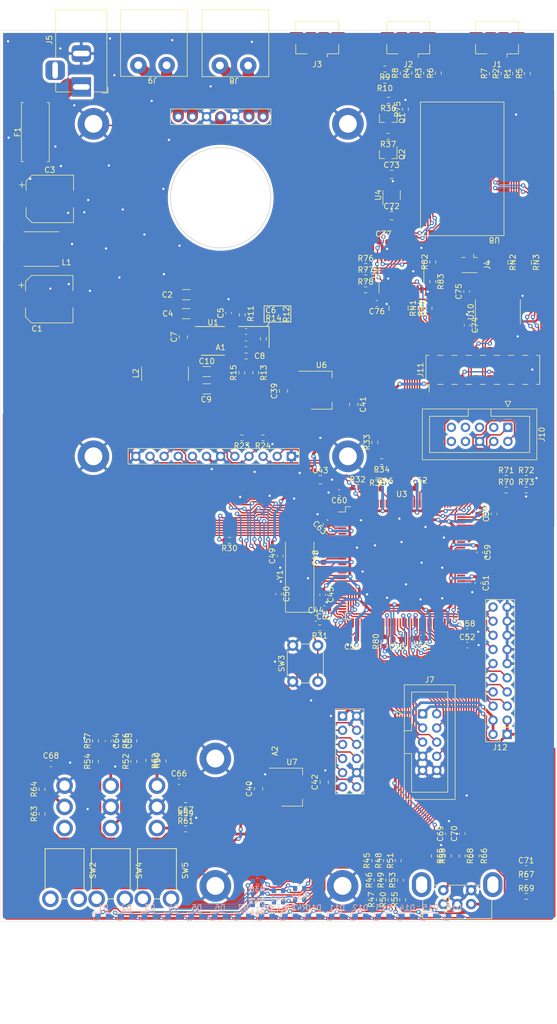
<source format=kicad_pcb>
(kicad_pcb (version 20210824) (generator pcbnew)

  (general
    (thickness 1.6)
  )

  (paper "A4")
  (layers
    (0 "F.Cu" signal)
    (31 "B.Cu" signal)
    (32 "B.Adhes" user "B.Adhesive")
    (33 "F.Adhes" user "F.Adhesive")
    (34 "B.Paste" user)
    (35 "F.Paste" user)
    (36 "B.SilkS" user "B.Silkscreen")
    (37 "F.SilkS" user "F.Silkscreen")
    (38 "B.Mask" user)
    (39 "F.Mask" user)
    (40 "Dwgs.User" user "User.Drawings")
    (41 "Cmts.User" user "User.Comments")
    (42 "Eco1.User" user "User.Eco1")
    (43 "Eco2.User" user "User.Eco2")
    (44 "Edge.Cuts" user)
    (45 "Margin" user)
    (46 "B.CrtYd" user "B.Courtyard")
    (47 "F.CrtYd" user "F.Courtyard")
    (48 "B.Fab" user)
    (49 "F.Fab" user)
  )

  (setup
    (stackup
      (layer "F.SilkS" (type "Top Silk Screen"))
      (layer "F.Paste" (type "Top Solder Paste"))
      (layer "F.Mask" (type "Top Solder Mask") (color "Green") (thickness 0.01))
      (layer "F.Cu" (type "copper") (thickness 0.035))
      (layer "dielectric 1" (type "core") (thickness 1.51) (material "FR4") (epsilon_r 4.5) (loss_tangent 0.02))
      (layer "B.Cu" (type "copper") (thickness 0.035))
      (layer "B.Mask" (type "Bottom Solder Mask") (color "Green") (thickness 0.01))
      (layer "B.Paste" (type "Bottom Solder Paste"))
      (layer "B.SilkS" (type "Bottom Silk Screen"))
      (copper_finish "None")
      (dielectric_constraints no)
    )
    (pad_to_mask_clearance 0)
    (pcbplotparams
      (layerselection 0x00010fc_ffffffff)
      (disableapertmacros false)
      (usegerberextensions false)
      (usegerberattributes true)
      (usegerberadvancedattributes true)
      (creategerberjobfile true)
      (svguseinch false)
      (svgprecision 6)
      (excludeedgelayer true)
      (plotframeref false)
      (viasonmask false)
      (mode 1)
      (useauxorigin false)
      (hpglpennumber 1)
      (hpglpenspeed 20)
      (hpglpendiameter 15.000000)
      (dxfpolygonmode true)
      (dxfimperialunits true)
      (dxfusepcbnewfont true)
      (psnegative false)
      (psa4output false)
      (plotreference true)
      (plotvalue true)
      (plotinvisibletext false)
      (sketchpadsonfab false)
      (subtractmaskfromsilk false)
      (outputformat 1)
      (mirror false)
      (drillshape 1)
      (scaleselection 1)
      (outputdirectory "")
    )
  )

  (net 0 "")
  (net 1 "/Power Supply/19V_ANALOG")
  (net 2 "/Processor/~{RST}")
  (net 3 "/Processor/GPIO_I2S_WS")
  (net 4 "/Processor/SWCLK")
  (net 5 "/Front/MIC2")
  (net 6 "/Front/MIC1")
  (net 7 "+5V")
  (net 8 "/Processor/GPIO_I2S_SDO")
  (net 9 "/Processor/SWDIO")
  (net 10 "/Front/BT2")
  (net 11 "/Front/BT1")
  (net 12 "GND")
  (net 13 "Net-(R58-Pad2)")
  (net 14 "Net-(R59-Pad2)")
  (net 15 "/Front/PWR")
  (net 16 "Net-(D1-Pad1)")
  (net 17 "Net-(C1-Pad1)")
  (net 18 "/Front/ENC_SW")
  (net 19 "Net-(C5-Pad1)")
  (net 20 "Net-(C6-Pad1)")
  (net 21 "Net-(C7-Pad1)")
  (net 22 "Net-(C7-Pad2)")
  (net 23 "Net-(C8-Pad1)")
  (net 24 "+3.3VA")
  (net 25 "Net-(F1-Pad2)")
  (net 26 "Net-(J1-Pad1)")
  (net 27 "Net-(J1-Pad2)")
  (net 28 "Net-(J1-Pad3)")
  (net 29 "/Processor/GPIO_I2S_SDI")
  (net 30 "Net-(J2-Pad1)")
  (net 31 "Net-(J2-Pad2)")
  (net 32 "Net-(J2-Pad3)")
  (net 33 "/Processor/GPIO_I2S_CK")
  (net 34 "/Front/ENC_A")
  (net 35 "Net-(J3-Pad2)")
  (net 36 "Net-(J3-Pad3)")
  (net 37 "/Front/ENC_B")
  (net 38 "unconnected-(J1-Pad4)")
  (net 39 "/Processor/USB1_DETECT")
  (net 40 "/Processor/USB1_DM")
  (net 41 "/Processor/USB2_DETECT")
  (net 42 "/Processor/USB2_DM")
  (net 43 "/Processor/USB1_DP")
  (net 44 "/Processor/USB2_DP")
  (net 45 "/Bluetooth/USB3_DM")
  (net 46 "/Bluetooth/USB3_DP")
  (net 47 "Net-(R11-Pad1)")
  (net 48 "Net-(R13-Pad1)")
  (net 49 "unconnected-(J2-Pad4)")
  (net 50 "Net-(D2-Pad1)")
  (net 51 "unconnected-(J3-Pad1)")
  (net 52 "/Processor/GPIO_I2S_MCK")
  (net 53 "Net-(J4-Pad1)")
  (net 54 "Net-(R79-Pad1)")
  (net 55 "unconnected-(J3-Pad4)")
  (net 56 "/Processor/GPIO_SPI_MISO")
  (net 57 "/Processor/EXT_READY")
  (net 58 "/Processor/GPIO_SPI_SCK")
  (net 59 "/Processor/GPIO_SPI_~{SS}")
  (net 60 "unconnected-(J5-Pad3)")
  (net 61 "Net-(D3-Pad1)")
  (net 62 "/Processor/AMP_READY")
  (net 63 "+3V3")
  (net 64 "/Front/FRONT_MOSI")
  (net 65 "/Front/FRONT_RCLK")
  (net 66 "Net-(C49-Pad2)")
  (net 67 "Net-(C50-Pad2)")
  (net 68 "/Bluetooth/SCL_1V8")
  (net 69 "/Front/FRONT_~{RST}")
  (net 70 "/Front/FRONT_SCLK")
  (net 71 "/Headphone Amplifier/CK")
  (net 72 "/Front/IR")
  (net 73 "unconnected-(J10-Pad3)")
  (net 74 "unconnected-(J10-Pad5)")
  (net 75 "unconnected-(J10-Pad7)")
  (net 76 "unconnected-(J10-Pad8)")
  (net 77 "unconnected-(J10-Pad9)")
  (net 78 "unconnected-(J10-Pad10)")
  (net 79 "/Bluetooth/SDO")
  (net 80 "/Bluetooth/SDI")
  (net 81 "/Bluetooth/CK")
  (net 82 "/Bluetooth/WS")
  (net 83 "/Bluetooth/SPI{slash}~{PCM}")
  (net 84 "/Bluetooth/MFB")
  (net 85 "/Bluetooth/SCL")
  (net 86 "/Bluetooth/SDA")
  (net 87 "/Processor/~{SPK_FAULT}")
  (net 88 "Net-(C52-Pad1)")
  (net 89 "/Front/VOL0")
  (net 90 "/Front/VOL1")
  (net 91 "/Front/VOL2")
  (net 92 "/Front/VOL3")
  (net 93 "/Front/VOL4")
  (net 94 "/Front/VOL5")
  (net 95 "/Front/VOL6")
  (net 96 "/Front/VOL7")
  (net 97 "/Bluetooth/SDA_1V8")
  (net 98 "Net-(C54-Pad1)")
  (net 99 "/Front/VOL8")
  (net 100 "/Front/VOL9")
  (net 101 "/Front/VOL10")
  (net 102 "/Front/VOL11")
  (net 103 "/Front/VOL12")
  (net 104 "/Front/VOL13")
  (net 105 "/Front/VOL14")
  (net 106 "/Front/VOL15")
  (net 107 "/Bluetooth/P18")
  (net 108 "/Bluetooth/P21")
  (net 109 "/Bluetooth/P31")
  (net 110 "/Bluetooth/P8")
  (net 111 "/Bluetooth/P9")
  (net 112 "/Bluetooth/P29")
  (net 113 "/Bluetooth/P30")
  (net 114 "Net-(J11-Pad8)")
  (net 115 "Net-(J11-Pad10)")
  (net 116 "/Bluetooth/MFB_")
  (net 117 "Net-(J11-Pad6)")
  (net 118 "Net-(R52-Pad2)")
  (net 119 "Net-(D4-Pad1)")
  (net 120 "Net-(R54-Pad2)")
  (net 121 "Net-(J11-Pad12)")
  (net 122 "Net-(J11-Pad14)")
  (net 123 "unconnected-(SW2-Pad1)")
  (net 124 "/Processor/GPIO_SPI_MOSI")
  (net 125 "unconnected-(U3-Pad8)")
  (net 126 "unconnected-(U3-Pad9)")
  (net 127 "unconnected-(U3-Pad19)")
  (net 128 "/Bluetooth/3V3_BT")
  (net 129 "unconnected-(U3-Pad20)")
  (net 130 "unconnected-(U3-Pad21)")
  (net 131 "unconnected-(U3-Pad22)")
  (net 132 "unconnected-(U3-Pad70)")
  (net 133 "/Bluetooth/1V8_BT")
  (net 134 "/Bluetooth/SDO_3V3")
  (net 135 "unconnected-(U3-Pad77)")
  (net 136 "/Bluetooth/P29_1V8")
  (net 137 "/Bluetooth/P30_1V8")
  (net 138 "/Bluetooth/P18_1V8")
  (net 139 "/Bluetooth/P31_1V8")
  (net 140 "/Bluetooth/P8_1V8")
  (net 141 "/Bluetooth/P9_1V8")
  (net 142 "/Bluetooth/P21_1V8")
  (net 143 "/Bluetooth/SPI{slash}~{PCM_1V8}")
  (net 144 "/Bluetooth/SDO_1V8")
  (net 145 "unconnected-(U3-Pad78)")
  (net 146 "/Bluetooth/SDI_1V8")
  (net 147 "unconnected-(U3-Pad79)")
  (net 148 "Net-(RN1-Pad1)")
  (net 149 "Net-(RN1-Pad2)")
  (net 150 "Net-(RN1-Pad3)")
  (net 151 "Net-(RN1-Pad4)")
  (net 152 "Net-(RN2-Pad5)")
  (net 153 "Net-(R32-Pad2)")
  (net 154 "Net-(RN2-Pad6)")
  (net 155 "unconnected-(U3-Pad80)")
  (net 156 "unconnected-(U3-Pad81)")
  (net 157 "unconnected-(U3-Pad82)")
  (net 158 "unconnected-(U3-Pad85)")
  (net 159 "/Bluetooth/CK_1V8")
  (net 160 "/Bluetooth/WS_1V8")
  (net 161 "Net-(R60-Pad2)")
  (net 162 "Net-(D5-Pad1)")
  (net 163 "Net-(R63-Pad2)")
  (net 164 "Net-(D6-Pad1)")
  (net 165 "Net-(D7-Pad1)")
  (net 166 "Net-(D8-Pad1)")
  (net 167 "Net-(D9-Pad1)")
  (net 168 "Net-(D10-Pad1)")
  (net 169 "Net-(D11-Pad1)")
  (net 170 "Net-(D12-Pad1)")
  (net 171 "Net-(D13-Pad1)")
  (net 172 "Net-(D14-Pad1)")
  (net 173 "Net-(D15-Pad1)")
  (net 174 "Net-(D16-Pad1)")
  (net 175 "Net-(RN2-Pad7)")
  (net 176 "unconnected-(U3-Pad86)")
  (net 177 "unconnected-(U3-Pad87)")
  (net 178 "unconnected-(U3-Pad88)")
  (net 179 "unconnected-(U3-Pad89)")
  (net 180 "unconnected-(U3-Pad90)")
  (net 181 "unconnected-(U3-Pad91)")
  (net 182 "unconnected-(U3-Pad92)")
  (net 183 "unconnected-(U3-Pad93)")
  (net 184 "unconnected-(U3-Pad97)")
  (net 185 "unconnected-(U3-Pad98)")
  (net 186 "unconnected-(U3-Pad99)")
  (net 187 "unconnected-(U3-Pad100)")
  (net 188 "/Bluetooth/P17")
  (net 189 "/Bluetooth/P16")
  (net 190 "unconnected-(U3-Pad101)")
  (net 191 "/Bluetooth/P6")
  (net 192 "/Bluetooth/P7")
  (net 193 "unconnected-(U3-Pad124)")
  (net 194 "Net-(R66-Pad2)")
  (net 195 "unconnected-(U3-Pad132)")
  (net 196 "Net-(R67-Pad2)")
  (net 197 "unconnected-(U3-Pad133)")
  (net 198 "unconnected-(U3-Pad134)")
  (net 199 "Net-(R30-Pad2)")
  (net 200 "Net-(R80-Pad2)")
  (net 201 "Net-(R82-Pad1)")
  (net 202 "Net-(R83-Pad1)")
  (net 203 "unconnected-(U3-Pad135)")
  (net 204 "unconnected-(U3-Pad139)")
  (net 205 "/Processor/~{SPK_SD}")
  (net 206 "unconnected-(U3-Pad140)")
  (net 207 "unconnected-(U4-Pad4)")
  (net 208 "unconnected-(U8-Pad12)")
  (net 209 "unconnected-(U8-Pad16)")
  (net 210 "unconnected-(U8-Pad17)")
  (net 211 "unconnected-(U8-Pad20)")
  (net 212 "Net-(RN2-Pad8)")
  (net 213 "Net-(RN3-Pad5)")
  (net 214 "unconnected-(U8-Pad24)")
  (net 215 "unconnected-(U8-Pad28)")
  (net 216 "Net-(RN3-Pad6)")
  (net 217 "Net-(RN3-Pad7)")
  (net 218 "Net-(RN3-Pad8)")
  (net 219 "unconnected-(U8-Pad29)")
  (net 220 "unconnected-(U8-Pad30)")
  (net 221 "unconnected-(U8-Pad31)")
  (net 222 "unconnected-(U8-Pad32)")
  (net 223 "unconnected-(U8-Pad33)")
  (net 224 "/Bluetooth/P17_1V8")
  (net 225 "/Bluetooth/P16_1V8")
  (net 226 "/Bluetooth/P7_1V8")
  (net 227 "/Bluetooth/P6_1V8")
  (net 228 "unconnected-(U8-Pad34)")
  (net 229 "unconnected-(U8-Pad35)")
  (net 230 "unconnected-(U8-Pad36)")
  (net 231 "unconnected-(U8-Pad39)")
  (net 232 "unconnected-(U9-Pad9)")
  (net 233 "unconnected-(U9-Pad10)")
  (net 234 "Net-(A1-Pad13)")
  (net 235 "Net-(A1-Pad14)")
  (net 236 "Net-(A1-Pad18)")
  (net 237 "Net-(A1-Pad19)")
  (net 238 "/Headphone Amplifier/SDA")
  (net 239 "/Headphone Amplifier/SCL")
  (net 240 "/Headphone Amplifier/MCLK")
  (net 241 "/Headphone Amplifier/SDI")
  (net 242 "/Headphone Amplifier/WS")
  (net 243 "/Headphone Amplifier/SDO")
  (net 244 "/Headphone Amplifier/HP_DETECT")

  (footprint "Resistor_SMD:R_0603_1608Metric" (layer "F.Cu") (at 137.4 32.725 90))

  (footprint "Resistor_SMD:R_0603_1608Metric" (layer "F.Cu") (at 139.45 32.725 90))

  (footprint "Resistor_SMD:R_0603_1608Metric" (layer "F.Cu") (at 143.7 32.725 90))

  (footprint "Resistor_SMD:R_0603_1608Metric" (layer "F.Cu") (at 157.6 32.8 90))

  (footprint "Connector_USB:USB_Micro-B_Amphenol_10104110_Horizontal" (layer "F.Cu") (at 138.3 27.6 180))

  (footprint "Package_QFP:LQFP-144_20x20mm_P0.5mm" (layer "F.Cu") (at 137.13 120.66))

  (footprint "Connector_USB:USB_Micro-B_Amphenol_10104110_Horizontal" (layer "F.Cu") (at 121.95 27.6 180))

  (footprint "Resistor_SMD:R_0603_1608Metric" (layer "F.Cu") (at 159.7 32.8 90))

  (footprint "Resistor_SMD:R_0603_1608Metric" (layer "F.Cu") (at 153.4 32.8 90))

  (footprint "Resistor_SMD:R_0603_1608Metric" (layer "F.Cu") (at 134.1 31.98 180))

  (footprint "Resistor_SMD:R_0603_1608Metric" (layer "F.Cu") (at 155.5 32.8 90))

  (footprint "Resistor_SMD:R_0603_1608Metric" (layer "F.Cu") (at 141.6 32.725 90))

  (footprint "Package_SO:Diodes_SO-8EP" (layer "F.Cu") (at 103.23 80.79))

  (footprint "Connector_USB:USB_Micro-B_Amphenol_10104110_Horizontal" (layer "F.Cu") (at 154.25 27.6 180))

  (footprint "Resistor_SMD:R_0603_1608Metric" (layer "F.Cu") (at 134.1 34 180))

  (footprint "Connector_BarrelJack:BarrelJack_Horizontal" (layer "F.Cu") (at 79.5575 35.2 -90))

  (footprint "Capacitor_SMD:C_0603_1608Metric" (layer "F.Cu") (at 106.03 75.79 90))

  (footprint "Capacitor_SMD:C_0805_2012Metric" (layer "F.Cu") (at 97.9 80.1 90))

  (footprint "Resistor_SMD:R_0603_1608Metric" (layer "F.Cu") (at 108.47 76.11 90))

  (footprint "Resistor_SMD:R_0603_1608Metric" (layer "F.Cu") (at 112.27 80.41 90))

  (footprint "Resistor_SMD:R_0603_1608Metric" (layer "F.Cu") (at 110.9 86.5 -90))

  (footprint "Resistor_SMD:R_0603_1608Metric" (layer "F.Cu") (at 109.17 83.51))

  (footprint "Resistor_SMD:R_0603_1608Metric" (layer "F.Cu") (at 108.4 86.5 -90))

  (footprint "Capacitor_SMD:CP_Elec_8x10" (layer "F.Cu") (at 73.8 73.3))

  (footprint "Capacitor_SMD:C_1206_3216Metric" (layer "F.Cu") (at 98.4 72.49))

  (footprint "Capacitor_SMD:CP_Elec_8x10" (layer "F.Cu") (at 73.9 55.3))

  (footprint "Capacitor_SMD:C_1206_3216Metric" (layer "F.Cu") (at 98.4 75.9))

  (footprint "Inductor_SMD:L_Bourns-SRN8040_8x8.15mm" (layer "F.Cu") (at 94.6 86.7 90))

  (footprint "Inductor_SMD:L_Taiyo-Yuden_NR-60xx" (layer "F.Cu") (at 72.4 64.3 180))

  (footprint "Package_TO_SOT_SMD:SOT-223-3_TabPin2" (layer "F.Cu") (at 122.71 89.64))

  (footprint "HackAmp-Footprints:CSRA64215" (layer "F.Cu") (at 148 49.9 180))

  (footprint "Resistor_SMD:R_0603_1608Metric" (layer "F.Cu") (at 159.5 178))

  (footprint "Resistor_SMD:R_0603_1608Metric" (layer "F.Cu") (at 133.53 102.46 180))

  (footprint "HackAmp-Footprints:TE_796638-2_1x02_P5.08mm_Horizontal" (layer "F.Cu") (at 109.54 31.35 180))

  (footprint "Capacitor_SMD:C_0603_1608Metric" (layer "F.Cu") (at 132.657 74.066544 180))

  (footprint "Capacitor_SMD:C_0805_2012Metric" (layer "F.Cu") (at 122.5 105.7))

  (footprint "Capacitor_SMD:C_0805_2012Metric" (layer "F.Cu") (at 115.9 89.79 90))

  (footprint "Capacitor_SMD:C_0603_1608Metric" (layer "F.Cu") (at 148.9 135.4))

  (footprint "Connector_PinHeader_2.54mm:PinHeader_2x10_P2.54mm_Vertical" (layer "F.Cu")
    (tedit 59FED5CC) (tstamp 1d4b1970-7e62-45b6-b36d-fee5c8beb920)
    (at 156.075 151.425 180)
    (descr "Through hole straight pin header, 2x10, 2.54mm pitch, double rows")
    (tags "Through hole pin header THT 2x10 2.54mm double row")
    (property "Sheetfile" "processor.kicad_sch")
    (property "Sheetname" "Processor")
    (path "/00000000-0000-0000-0000-00005fa5bd7a/9538ca32-2a66-4b9b-83bc-07e377df3f12")
    (attr through_hole)
    (fp_text reference "J12" (at 1.27 -2.33) (layer "F.SilkS")
      (effects (font (size 1 1) (thickness 0.15)))
      (tstamp 1c6e25fe-7024-4504-b04a-101625a24c61)
    )
    (fp_text value "GPIO" (at -3.86 36.43) (layer "F.Fab")
      (effects (font (size 1 1) (thickness 0.15)))
      (tstamp a7d504c1-3a2f-4d8a-8b3c-57873151c898)
    )
    (fp_text user "${REFERENCE}" (at 1.27 11.43 90) (layer "F.Fab")
      (effects (font (size 1 1) (thickness 0.15)))
      (tstamp 2d7adba2-6b13-45bb-b9be-b7826f24d0b0)
    )
    (fp_line (start 1.27 1.27) (end 1.27 -1.33) (layer "F.SilkS") (width 0.12) (tstamp 31260964-ec21-49e3-9a92-743b78231897))
    (fp_line (start -1.33 0) (end -1.33 -1.33) (layer "F.SilkS") (width 0.12) (tstamp 32621fa6-0c7d-48cf-8c0a-476b0e9fa913))
    (fp_line (start -1.33 1.27) (end -1.33 24.19) (layer "F.SilkS") (width 0.12) (tstamp 8196dc1f-e0c4-4640-bfaf-4bfa616e14ba))
    (fp_line (start 3.87 -1.33) (end 3.87 24.19) (layer "F.SilkS") (width 0.12) (tstamp 86281bcf-87fd-4c7e-8e09-8c379cfa4e00))
    (fp_line (start -1.33 24.19) (end 3.87 24.19) (layer "F.SilkS") (width 0.12) (tstamp c4131f79-c87a-4f8c-b7e9-68279e81c67d))
    (fp_line (start -1.33 1.27) (end 1.27 1.27) (layer "F.SilkS") (width 0.12) (tstamp cc75247c-9c1d-4a0c-95ba-69bf393098ac))
    (fp_line (start 1.27 -1.33) (end 3.87 -1.33) (layer "F.SilkS") (width 0.12) (tstamp f38df15b-e272-457a-9d7c-8be2b2939454))
    (fp_line (start -1.33 -1.33) (end 0 -1.33) (layer "F.SilkS") (width 0.12) (tstamp fa3c85aa-5205-435e-8b05-b5129063bff5))
    (fp_line (start 4.35 -1.8) (end -1.8 -1.8) (layer "F.CrtYd") (width 0.05) (tstamp 047dc349-976c-453a-9be9-d4ad9f04dfb0))
    (fp_line (start -1.8 -1.8) (end -1.8 24.65) (layer "F.CrtYd") (width 0.05) (tstamp 0818cc3a-4b1f-4f2a-b80d-9cba0802cc08))
    (fp_line (start 4.35 24.65) (end 4.35 -1.8) (layer "F.CrtYd") (width 0.05) (tstamp 531ca7e3-7e4b-4c7b-8350-bc5605b4f32d))
    (fp_line (start -1.8 24.65) (end 4.35 24.65) (layer "F.CrtYd") (width 0.05) (tstamp 924a55ce-13b3-4631-b15c-6c18c7a97f13))
    (fp_line (start 0 -1.27) (end 3.81 -1.27) (layer "F.Fab") (width 0.1) (tstamp 506191d4-f429-49e4-9b9b-2bdd57e00c75))
    (fp_line (start -1.27 0) (end 0 -1.27) (layer "F.Fab") (width 0.1) (tstamp 65de0a67-08c1-47fe-bcb7-234c170a233c))
    (fp_line (start 3.81 -1.27) (end 3.81 24.13) (layer "F.Fab") (width 0.1) (tstamp 66d9f508-a0cd-4b30-a210-7813637be285))
    (fp_line (start 3.81 24.13) (end -1.27 24.13) (layer "F.Fab") (width 0.1) (tstamp 79801816-86e7-4716-a1ec-e09097098869))
    (fp_line (start -1.27 24.13) (end -1.27 0) (layer "F.Fab") (width 0.1) (tstamp cbd00119-1dd3-47cd-be5c-27d8b2ba9012))
    (pad "1" thru_hole rect locked (at 0 0 180) (size 1.7 1.7) (drill 1) (layers *.Cu *.Mask)
      (net 7 "+5V") (pinfunction "Pin_1") (pintype "passive") (tstamp f72f1f5e-588e-4a18-bb82-53549f7a7008))
    (pad "2" thru_hole oval locked (at 2.54 0 180) (size 1.7 1.7) (drill 1) (layers *.Cu *.Mask)
      (net 63 "+3V3") (pinfunction "Pin_2") (pintype "passive") (tstamp 519bcfb2-538e-42c7-a963-5125e7093c63))
    (pad "3" thru_hole oval locked (at 0 2.54 180) (size 1.7 1.7) (drill 1) (layers *.Cu *.Mask)
      (net 7 "+5V") (pinfunction "Pin_3") (pintype "passive") (tstamp fe45162b-a3e4-4bee-a068-a485297fdd3f))
    (pad "4" thru_hole oval locked (at 2.54 2.54 180) (size 1.7 1.7) (drill 1) (layers *.Cu *.Mask)
      (net 63 "+3V3") (pinfunction "Pin_4") (pintype "passive") (tstamp 0dbb5352-300c-4524-bbda-39a20ebe57ce))
    (pad "5" thru_hole oval locked (at 0 5.08 180) (size 1.7 1.7) (drill 1) (layers *.Cu *.Mask)
      (net 59 "/Processor/GPIO_SPI_~{SS}") (pinfunction "Pin_5") (pintype "passive") (tstamp 01ddbd77-3aa3-4f82-bb16-a1aec6436cce))
    (pad "6" thru_hole oval locked (at 2.54 5.08 180) (size 1.7 1.7) (drill 1) (layers *.Cu *.Mask)
      (net 62 "/Processor/AMP_READY") (pinfunction "Pin_6") (pintype "passive") (tstamp a1c11e39-a898-4744-9f18-ec5812010a46))
    (pad "7" thru_hole oval locked (at 0 7.62 180) (size 1.7 1.7) (drill 1) (layers *.Cu *.Mask)
      (net 56 "/Processor/GPIO_SPI_MISO") (pinfunction "Pin_7") (pintype "passive") (tstamp 046577c0-9709-4757-ab40-286163c1da08))
    (pad "8" thru_hole oval locked (at 2.54 7.62 180) (size 1.7 1.7) (drill 1) (layers *.Cu *.Mask)
      (net 58 "/Processor/GPIO_SPI_SCK") (pinfunction "Pin_8") (pintype "passive") (tstamp f7d63902-a435-4c68-9fc8-27ab8f3777f8))
    (pad "9" thru_hole oval locked (at 0 10.16 180) (size 1.7 1.7) (drill 1) (layers *.Cu *.Mask)
      (net 57 "/Processor/EXT_READY") (pinfunction "Pin_9") (pintype "passive") (tstamp 406110c4-fa40-4ce5-b6dd-101c8732f9d2))
    (pad "10" thru_hole oval locked (at 2.54 10.16 180) (size 1.7 1.7) (drill 1) (layers *.Cu *.Mask)
      (net 124 "/Processor/GPIO_SPI_MOSI") (pinfunction "Pin_10") (pintype "passive") (tstamp 46159e81-7eae-4b7e-b230-873a81f5559e))
    (pad "11" thru_hole oval locked (at 0 12.7 180) (size 1.7 1.7) (drill 1) (layers *.Cu *.Mask)
      (net 12 "GND") (pinfunction "Pin_11") (pintype "passive") (tstamp 8aef0947-cb73-43ef-9554-64ff3b5c33a1))
    (pad "12" thru_hole oval locked (at 2.54 12.7 180) (size 1.7 1.7) (drill 1) (layers *.Cu *.Mask)
      (net 33 "/Processor/GPIO_I2S_CK") (pinfunction "Pin_12") (pintype "passive") (tstamp 5e84c41c-4893-4b50-8910-d5d886fad591))
    (pad "13" thru_hole oval locked (at 0 15.24 180) (size 1.7 1.7) (drill 1) (layers *.Cu *.Mask)
      (net 12 "GND") (pinfunction "Pin_13") (pintype "passive") (tstamp f8e044bd-8de0-4bfb-9362-bafb9df02182))
    (pad "14" thru_hole oval locked (at 2.54 15.24 180) (size 1.7 1.7) (drill 1) (layers *.Cu *.Mask)
      (net 52 "/Processor/GPIO_I2S_MCK") (pinfunction "Pin_14") (pintype "passive") (tstamp 4b41da1e-f57e-44cf-b0e4-0686a29a05cf))
    (pad "15" thru_hole oval locked (at 0 17.78 180) (size 1.7 1.7) (drill 1) (layers *.Cu *.Mask)
      (net 12 "GND") (pinfunction "Pin_15") (pintype "passive") (tstamp 738d5070-15ca-4955-b5b5-e
... [2089012 chars truncated]
</source>
